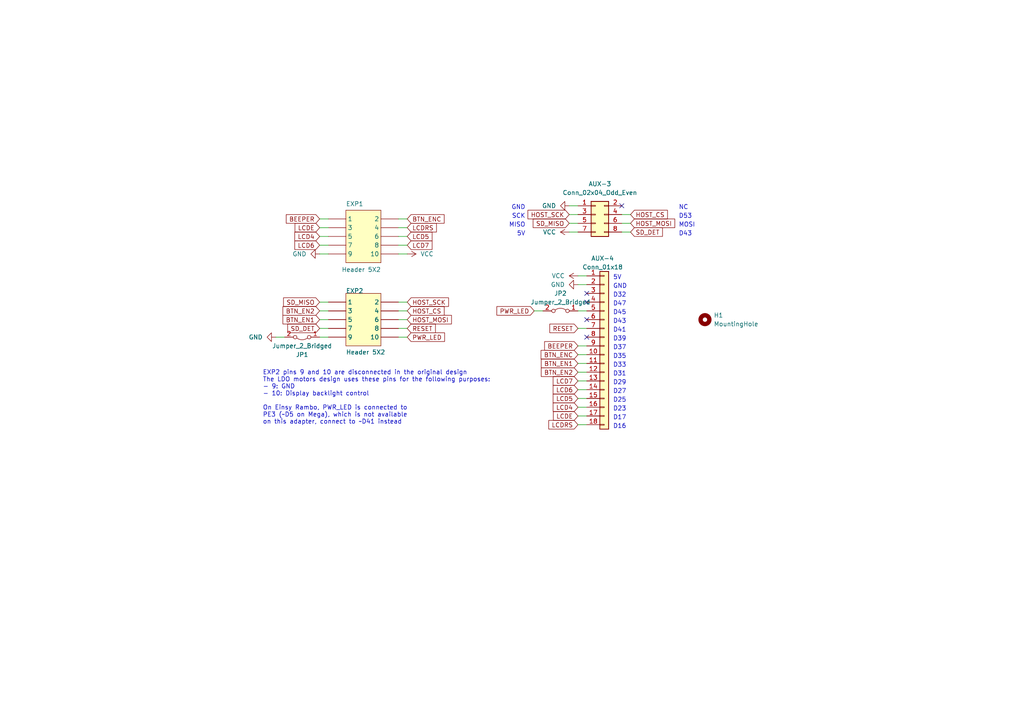
<source format=kicad_sch>
(kicad_sch (version 20230121) (generator eeschema)

  (uuid 90758f10-1d2e-4059-a9a5-3e94bccaf518)

  (paper "A4")

  (title_block
    (title "RepRapDiscount.com Ramps Smart Adapter")
    (date "${DATE}")
    (rev "${TAG} (${HASH})")
  )

  (lib_symbols
    (symbol "Connector_Generic:Conn_01x18" (pin_names (offset 1.016) hide) (in_bom yes) (on_board yes)
      (property "Reference" "J" (at 0 22.86 0)
        (effects (font (size 1.27 1.27)))
      )
      (property "Value" "Conn_01x18" (at 0 -25.4 0)
        (effects (font (size 1.27 1.27)))
      )
      (property "Footprint" "" (at 0 0 0)
        (effects (font (size 1.27 1.27)) hide)
      )
      (property "Datasheet" "~" (at 0 0 0)
        (effects (font (size 1.27 1.27)) hide)
      )
      (property "ki_keywords" "connector" (at 0 0 0)
        (effects (font (size 1.27 1.27)) hide)
      )
      (property "ki_description" "Generic connector, single row, 01x18, script generated (kicad-library-utils/schlib/autogen/connector/)" (at 0 0 0)
        (effects (font (size 1.27 1.27)) hide)
      )
      (property "ki_fp_filters" "Connector*:*_1x??_*" (at 0 0 0)
        (effects (font (size 1.27 1.27)) hide)
      )
      (symbol "Conn_01x18_1_1"
        (rectangle (start -1.27 -22.733) (end 0 -22.987)
          (stroke (width 0.1524) (type default))
          (fill (type none))
        )
        (rectangle (start -1.27 -20.193) (end 0 -20.447)
          (stroke (width 0.1524) (type default))
          (fill (type none))
        )
        (rectangle (start -1.27 -17.653) (end 0 -17.907)
          (stroke (width 0.1524) (type default))
          (fill (type none))
        )
        (rectangle (start -1.27 -15.113) (end 0 -15.367)
          (stroke (width 0.1524) (type default))
          (fill (type none))
        )
        (rectangle (start -1.27 -12.573) (end 0 -12.827)
          (stroke (width 0.1524) (type default))
          (fill (type none))
        )
        (rectangle (start -1.27 -10.033) (end 0 -10.287)
          (stroke (width 0.1524) (type default))
          (fill (type none))
        )
        (rectangle (start -1.27 -7.493) (end 0 -7.747)
          (stroke (width 0.1524) (type default))
          (fill (type none))
        )
        (rectangle (start -1.27 -4.953) (end 0 -5.207)
          (stroke (width 0.1524) (type default))
          (fill (type none))
        )
        (rectangle (start -1.27 -2.413) (end 0 -2.667)
          (stroke (width 0.1524) (type default))
          (fill (type none))
        )
        (rectangle (start -1.27 0.127) (end 0 -0.127)
          (stroke (width 0.1524) (type default))
          (fill (type none))
        )
        (rectangle (start -1.27 2.667) (end 0 2.413)
          (stroke (width 0.1524) (type default))
          (fill (type none))
        )
        (rectangle (start -1.27 5.207) (end 0 4.953)
          (stroke (width 0.1524) (type default))
          (fill (type none))
        )
        (rectangle (start -1.27 7.747) (end 0 7.493)
          (stroke (width 0.1524) (type default))
          (fill (type none))
        )
        (rectangle (start -1.27 10.287) (end 0 10.033)
          (stroke (width 0.1524) (type default))
          (fill (type none))
        )
        (rectangle (start -1.27 12.827) (end 0 12.573)
          (stroke (width 0.1524) (type default))
          (fill (type none))
        )
        (rectangle (start -1.27 15.367) (end 0 15.113)
          (stroke (width 0.1524) (type default))
          (fill (type none))
        )
        (rectangle (start -1.27 17.907) (end 0 17.653)
          (stroke (width 0.1524) (type default))
          (fill (type none))
        )
        (rectangle (start -1.27 20.447) (end 0 20.193)
          (stroke (width 0.1524) (type default))
          (fill (type none))
        )
        (rectangle (start -1.27 21.59) (end 1.27 -24.13)
          (stroke (width 0.254) (type default))
          (fill (type background))
        )
        (pin passive line (at -5.08 20.32 0) (length 3.81)
          (name "Pin_1" (effects (font (size 1.27 1.27))))
          (number "1" (effects (font (size 1.27 1.27))))
        )
        (pin passive line (at -5.08 -2.54 0) (length 3.81)
          (name "Pin_10" (effects (font (size 1.27 1.27))))
          (number "10" (effects (font (size 1.27 1.27))))
        )
        (pin passive line (at -5.08 -5.08 0) (length 3.81)
          (name "Pin_11" (effects (font (size 1.27 1.27))))
          (number "11" (effects (font (size 1.27 1.27))))
        )
        (pin passive line (at -5.08 -7.62 0) (length 3.81)
          (name "Pin_12" (effects (font (size 1.27 1.27))))
          (number "12" (effects (font (size 1.27 1.27))))
        )
        (pin passive line (at -5.08 -10.16 0) (length 3.81)
          (name "Pin_13" (effects (font (size 1.27 1.27))))
          (number "13" (effects (font (size 1.27 1.27))))
        )
        (pin passive line (at -5.08 -12.7 0) (length 3.81)
          (name "Pin_14" (effects (font (size 1.27 1.27))))
          (number "14" (effects (font (size 1.27 1.27))))
        )
        (pin passive line (at -5.08 -15.24 0) (length 3.81)
          (name "Pin_15" (effects (font (size 1.27 1.27))))
          (number "15" (effects (font (size 1.27 1.27))))
        )
        (pin passive line (at -5.08 -17.78 0) (length 3.81)
          (name "Pin_16" (effects (font (size 1.27 1.27))))
          (number "16" (effects (font (size 1.27 1.27))))
        )
        (pin passive line (at -5.08 -20.32 0) (length 3.81)
          (name "Pin_17" (effects (font (size 1.27 1.27))))
          (number "17" (effects (font (size 1.27 1.27))))
        )
        (pin passive line (at -5.08 -22.86 0) (length 3.81)
          (name "Pin_18" (effects (font (size 1.27 1.27))))
          (number "18" (effects (font (size 1.27 1.27))))
        )
        (pin passive line (at -5.08 17.78 0) (length 3.81)
          (name "Pin_2" (effects (font (size 1.27 1.27))))
          (number "2" (effects (font (size 1.27 1.27))))
        )
        (pin passive line (at -5.08 15.24 0) (length 3.81)
          (name "Pin_3" (effects (font (size 1.27 1.27))))
          (number "3" (effects (font (size 1.27 1.27))))
        )
        (pin passive line (at -5.08 12.7 0) (length 3.81)
          (name "Pin_4" (effects (font (size 1.27 1.27))))
          (number "4" (effects (font (size 1.27 1.27))))
        )
        (pin passive line (at -5.08 10.16 0) (length 3.81)
          (name "Pin_5" (effects (font (size 1.27 1.27))))
          (number "5" (effects (font (size 1.27 1.27))))
        )
        (pin passive line (at -5.08 7.62 0) (length 3.81)
          (name "Pin_6" (effects (font (size 1.27 1.27))))
          (number "6" (effects (font (size 1.27 1.27))))
        )
        (pin passive line (at -5.08 5.08 0) (length 3.81)
          (name "Pin_7" (effects (font (size 1.27 1.27))))
          (number "7" (effects (font (size 1.27 1.27))))
        )
        (pin passive line (at -5.08 2.54 0) (length 3.81)
          (name "Pin_8" (effects (font (size 1.27 1.27))))
          (number "8" (effects (font (size 1.27 1.27))))
        )
        (pin passive line (at -5.08 0 0) (length 3.81)
          (name "Pin_9" (effects (font (size 1.27 1.27))))
          (number "9" (effects (font (size 1.27 1.27))))
        )
      )
    )
    (symbol "Connector_Generic:Conn_02x04_Odd_Even" (pin_names (offset 1.016) hide) (in_bom yes) (on_board yes)
      (property "Reference" "J" (at 1.27 5.08 0)
        (effects (font (size 1.27 1.27)))
      )
      (property "Value" "Conn_02x04_Odd_Even" (at 1.27 -7.62 0)
        (effects (font (size 1.27 1.27)))
      )
      (property "Footprint" "" (at 0 0 0)
        (effects (font (size 1.27 1.27)) hide)
      )
      (property "Datasheet" "~" (at 0 0 0)
        (effects (font (size 1.27 1.27)) hide)
      )
      (property "ki_keywords" "connector" (at 0 0 0)
        (effects (font (size 1.27 1.27)) hide)
      )
      (property "ki_description" "Generic connector, double row, 02x04, odd/even pin numbering scheme (row 1 odd numbers, row 2 even numbers), script generated (kicad-library-utils/schlib/autogen/connector/)" (at 0 0 0)
        (effects (font (size 1.27 1.27)) hide)
      )
      (property "ki_fp_filters" "Connector*:*_2x??_*" (at 0 0 0)
        (effects (font (size 1.27 1.27)) hide)
      )
      (symbol "Conn_02x04_Odd_Even_1_1"
        (rectangle (start -1.27 -4.953) (end 0 -5.207)
          (stroke (width 0.1524) (type default))
          (fill (type none))
        )
        (rectangle (start -1.27 -2.413) (end 0 -2.667)
          (stroke (width 0.1524) (type default))
          (fill (type none))
        )
        (rectangle (start -1.27 0.127) (end 0 -0.127)
          (stroke (width 0.1524) (type default))
          (fill (type none))
        )
        (rectangle (start -1.27 2.667) (end 0 2.413)
          (stroke (width 0.1524) (type default))
          (fill (type none))
        )
        (rectangle (start -1.27 3.81) (end 3.81 -6.35)
          (stroke (width 0.254) (type default))
          (fill (type background))
        )
        (rectangle (start 3.81 -4.953) (end 2.54 -5.207)
          (stroke (width 0.1524) (type default))
          (fill (type none))
        )
        (rectangle (start 3.81 -2.413) (end 2.54 -2.667)
          (stroke (width 0.1524) (type default))
          (fill (type none))
        )
        (rectangle (start 3.81 0.127) (end 2.54 -0.127)
          (stroke (width 0.1524) (type default))
          (fill (type none))
        )
        (rectangle (start 3.81 2.667) (end 2.54 2.413)
          (stroke (width 0.1524) (type default))
          (fill (type none))
        )
        (pin passive line (at -5.08 2.54 0) (length 3.81)
          (name "Pin_1" (effects (font (size 1.27 1.27))))
          (number "1" (effects (font (size 1.27 1.27))))
        )
        (pin passive line (at 7.62 2.54 180) (length 3.81)
          (name "Pin_2" (effects (font (size 1.27 1.27))))
          (number "2" (effects (font (size 1.27 1.27))))
        )
        (pin passive line (at -5.08 0 0) (length 3.81)
          (name "Pin_3" (effects (font (size 1.27 1.27))))
          (number "3" (effects (font (size 1.27 1.27))))
        )
        (pin passive line (at 7.62 0 180) (length 3.81)
          (name "Pin_4" (effects (font (size 1.27 1.27))))
          (number "4" (effects (font (size 1.27 1.27))))
        )
        (pin passive line (at -5.08 -2.54 0) (length 3.81)
          (name "Pin_5" (effects (font (size 1.27 1.27))))
          (number "5" (effects (font (size 1.27 1.27))))
        )
        (pin passive line (at 7.62 -2.54 180) (length 3.81)
          (name "Pin_6" (effects (font (size 1.27 1.27))))
          (number "6" (effects (font (size 1.27 1.27))))
        )
        (pin passive line (at -5.08 -5.08 0) (length 3.81)
          (name "Pin_7" (effects (font (size 1.27 1.27))))
          (number "7" (effects (font (size 1.27 1.27))))
        )
        (pin passive line (at 7.62 -5.08 180) (length 3.81)
          (name "Pin_8" (effects (font (size 1.27 1.27))))
          (number "8" (effects (font (size 1.27 1.27))))
        )
      )
    )
    (symbol "Jumper:Jumper_2_Bridged" (pin_names (offset 0) hide) (in_bom yes) (on_board yes)
      (property "Reference" "JP" (at 0 1.905 0)
        (effects (font (size 1.27 1.27)))
      )
      (property "Value" "Jumper_2_Bridged" (at 0 -2.54 0)
        (effects (font (size 1.27 1.27)))
      )
      (property "Footprint" "" (at 0 0 0)
        (effects (font (size 1.27 1.27)) hide)
      )
      (property "Datasheet" "~" (at 0 0 0)
        (effects (font (size 1.27 1.27)) hide)
      )
      (property "ki_keywords" "Jumper SPST" (at 0 0 0)
        (effects (font (size 1.27 1.27)) hide)
      )
      (property "ki_description" "Jumper, 2-pole, closed/bridged" (at 0 0 0)
        (effects (font (size 1.27 1.27)) hide)
      )
      (property "ki_fp_filters" "Jumper* TestPoint*2Pads* TestPoint*Bridge*" (at 0 0 0)
        (effects (font (size 1.27 1.27)) hide)
      )
      (symbol "Jumper_2_Bridged_0_0"
        (circle (center -2.032 0) (radius 0.508)
          (stroke (width 0) (type default))
          (fill (type none))
        )
        (circle (center 2.032 0) (radius 0.508)
          (stroke (width 0) (type default))
          (fill (type none))
        )
      )
      (symbol "Jumper_2_Bridged_0_1"
        (arc (start 1.524 0.254) (mid 0 0.762) (end -1.524 0.254)
          (stroke (width 0) (type default))
          (fill (type none))
        )
      )
      (symbol "Jumper_2_Bridged_1_1"
        (pin passive line (at -5.08 0 0) (length 2.54)
          (name "A" (effects (font (size 1.27 1.27))))
          (number "1" (effects (font (size 1.27 1.27))))
        )
        (pin passive line (at 5.08 0 180) (length 2.54)
          (name "B" (effects (font (size 1.27 1.27))))
          (number "2" (effects (font (size 1.27 1.27))))
        )
      )
    )
    (symbol "Mechanical:MountingHole" (pin_names (offset 1.016)) (in_bom yes) (on_board yes)
      (property "Reference" "H" (at 0 5.08 0)
        (effects (font (size 1.27 1.27)))
      )
      (property "Value" "MountingHole" (at 0 3.175 0)
        (effects (font (size 1.27 1.27)))
      )
      (property "Footprint" "" (at 0 0 0)
        (effects (font (size 1.27 1.27)) hide)
      )
      (property "Datasheet" "~" (at 0 0 0)
        (effects (font (size 1.27 1.27)) hide)
      )
      (property "ki_keywords" "mounting hole" (at 0 0 0)
        (effects (font (size 1.27 1.27)) hide)
      )
      (property "ki_description" "Mounting Hole without connection" (at 0 0 0)
        (effects (font (size 1.27 1.27)) hide)
      )
      (property "ki_fp_filters" "MountingHole*" (at 0 0 0)
        (effects (font (size 1.27 1.27)) hide)
      )
      (symbol "MountingHole_0_1"
        (circle (center 0 0) (radius 1.27)
          (stroke (width 1.27) (type default))
          (fill (type none))
        )
      )
    )
    (symbol "power:GND" (power) (pin_names (offset 0)) (in_bom yes) (on_board yes)
      (property "Reference" "#PWR" (at 0 -6.35 0)
        (effects (font (size 1.27 1.27)) hide)
      )
      (property "Value" "GND" (at 0 -3.81 0)
        (effects (font (size 1.27 1.27)))
      )
      (property "Footprint" "" (at 0 0 0)
        (effects (font (size 1.27 1.27)) hide)
      )
      (property "Datasheet" "" (at 0 0 0)
        (effects (font (size 1.27 1.27)) hide)
      )
      (property "ki_keywords" "global power" (at 0 0 0)
        (effects (font (size 1.27 1.27)) hide)
      )
      (property "ki_description" "Power symbol creates a global label with name \"GND\" , ground" (at 0 0 0)
        (effects (font (size 1.27 1.27)) hide)
      )
      (symbol "GND_0_1"
        (polyline
          (pts
            (xy 0 0)
            (xy 0 -1.27)
            (xy 1.27 -1.27)
            (xy 0 -2.54)
            (xy -1.27 -1.27)
            (xy 0 -1.27)
          )
          (stroke (width 0) (type default))
          (fill (type none))
        )
      )
      (symbol "GND_1_1"
        (pin power_in line (at 0 0 270) (length 0) hide
          (name "GND" (effects (font (size 1.27 1.27))))
          (number "1" (effects (font (size 1.27 1.27))))
        )
      )
    )
    (symbol "power:VCC" (power) (pin_names (offset 0)) (in_bom yes) (on_board yes)
      (property "Reference" "#PWR" (at 0 -3.81 0)
        (effects (font (size 1.27 1.27)) hide)
      )
      (property "Value" "VCC" (at 0 3.81 0)
        (effects (font (size 1.27 1.27)))
      )
      (property "Footprint" "" (at 0 0 0)
        (effects (font (size 1.27 1.27)) hide)
      )
      (property "Datasheet" "" (at 0 0 0)
        (effects (font (size 1.27 1.27)) hide)
      )
      (property "ki_keywords" "global power" (at 0 0 0)
        (effects (font (size 1.27 1.27)) hide)
      )
      (property "ki_description" "Power symbol creates a global label with name \"VCC\"" (at 0 0 0)
        (effects (font (size 1.27 1.27)) hide)
      )
      (symbol "VCC_0_1"
        (polyline
          (pts
            (xy -0.762 1.27)
            (xy 0 2.54)
          )
          (stroke (width 0) (type default))
          (fill (type none))
        )
        (polyline
          (pts
            (xy 0 0)
            (xy 0 2.54)
          )
          (stroke (width 0) (type default))
          (fill (type none))
        )
        (polyline
          (pts
            (xy 0 2.54)
            (xy 0.762 1.27)
          )
          (stroke (width 0) (type default))
          (fill (type none))
        )
      )
      (symbol "VCC_1_1"
        (pin power_in line (at 0 0 90) (length 0) hide
          (name "VCC" (effects (font (size 1.27 1.27))))
          (number "1" (effects (font (size 1.27 1.27))))
        )
      )
    )
    (symbol "reprapdiscount_smart_controller-altium-import:root_0_Header 5X2" (in_bom yes) (on_board yes)
      (property "Reference" "" (at 0 0 0)
        (effects (font (size 1.27 1.27)))
      )
      (property "Value" "" (at 0 0 0)
        (effects (font (size 1.27 1.27)))
      )
      (property "Footprint" "" (at 0 0 0)
        (effects (font (size 1.27 1.27)) hide)
      )
      (property "Datasheet" "" (at 0 0 0)
        (effects (font (size 1.27 1.27)) hide)
      )
      (property "ki_description" "Header, 5-Pin, Dual row" (at 0 0 0)
        (effects (font (size 1.27 1.27)) hide)
      )
      (property "ki_fp_filters" "HDR2X5_exp" (at 0 0 0)
        (effects (font (size 1.27 1.27)) hide)
      )
      (symbol "root_0_Header 5X2_1_0"
        (rectangle (start 10.16 0) (end 0 -15.24)
          (stroke (width 0) (type solid))
          (fill (type background))
        )
        (pin passive line (at -5.08 -2.54 0) (length 5.08)
          (name "1" (effects (font (size 1.27 1.27))))
          (number "1" (effects (font (size 0 0))))
        )
        (pin passive line (at 15.24 -12.7 180) (length 5.08)
          (name "10" (effects (font (size 1.27 1.27))))
          (number "10" (effects (font (size 0 0))))
        )
        (pin passive line (at 15.24 -2.54 180) (length 5.08)
          (name "2" (effects (font (size 1.27 1.27))))
          (number "2" (effects (font (size 0 0))))
        )
        (pin passive line (at -5.08 -5.08 0) (length 5.08)
          (name "3" (effects (font (size 1.27 1.27))))
          (number "3" (effects (font (size 0 0))))
        )
        (pin passive line (at 15.24 -5.08 180) (length 5.08)
          (name "4" (effects (font (size 1.27 1.27))))
          (number "4" (effects (font (size 0 0))))
        )
        (pin passive line (at -5.08 -7.62 0) (length 5.08)
          (name "5" (effects (font (size 1.27 1.27))))
          (number "5" (effects (font (size 0 0))))
        )
        (pin passive line (at 15.24 -7.62 180) (length 5.08)
          (name "6" (effects (font (size 1.27 1.27))))
          (number "6" (effects (font (size 0 0))))
        )
        (pin passive line (at -5.08 -10.16 0) (length 5.08)
          (name "7" (effects (font (size 1.27 1.27))))
          (number "7" (effects (font (size 0 0))))
        )
        (pin passive line (at 15.24 -10.16 180) (length 5.08)
          (name "8" (effects (font (size 1.27 1.27))))
          (number "8" (effects (font (size 0 0))))
        )
        (pin passive line (at -5.08 -12.7 0) (length 5.08)
          (name "9" (effects (font (size 1.27 1.27))))
          (number "9" (effects (font (size 0 0))))
        )
      )
    )
    (symbol "reprapdiscount_smart_controller-altium-import:root_2_Header 5X2" (in_bom yes) (on_board yes)
      (property "Reference" "" (at 0 0 0)
        (effects (font (size 1.27 1.27)))
      )
      (property "Value" "" (at 0 0 0)
        (effects (font (size 1.27 1.27)))
      )
      (property "Footprint" "" (at 0 0 0)
        (effects (font (size 1.27 1.27)) hide)
      )
      (property "Datasheet" "" (at 0 0 0)
        (effects (font (size 1.27 1.27)) hide)
      )
      (property "ki_description" "Header, 5-Pin, Dual row" (at 0 0 0)
        (effects (font (size 1.27 1.27)) hide)
      )
      (property "ki_fp_filters" "HDR2X5_exp" (at 0 0 0)
        (effects (font (size 1.27 1.27)) hide)
      )
      (symbol "root_2_Header 5X2_1_0"
        (rectangle (start 0 15.24) (end -10.16 0)
          (stroke (width 0) (type solid))
          (fill (type background))
        )
        (pin passive line (at 5.08 2.54 180) (length 5.08)
          (name "1" (effects (font (size 1.27 1.27))))
          (number "1" (effects (font (size 0 0))))
        )
        (pin passive line (at -15.24 12.7 0) (length 5.08)
          (name "10" (effects (font (size 1.27 1.27))))
          (number "10" (effects (font (size 0 0))))
        )
        (pin passive line (at -15.24 2.54 0) (length 5.08)
          (name "2" (effects (font (size 1.27 1.27))))
          (number "2" (effects (font (size 0 0))))
        )
        (pin passive line (at 5.08 5.08 180) (length 5.08)
          (name "3" (effects (font (size 1.27 1.27))))
          (number "3" (effects (font (size 0 0))))
        )
        (pin passive line (at -15.24 5.08 0) (length 5.08)
          (name "4" (effects (font (size 1.27 1.27))))
          (number "4" (effects (font (size 0 0))))
        )
        (pin passive line (at 5.08 7.62 180) (length 5.08)
          (name "5" (effects (font (size 1.27 1.27))))
          (number "5" (effects (font (size 0 0))))
        )
        (pin passive line (at -15.24 7.62 0) (length 5.08)
          (name "6" (effects (font (size 1.27 1.27))))
          (number "6" (effects (font (size 0 0))))
        )
        (pin passive line (at 5.08 10.16 180) (length 5.08)
          (name "7" (effects (font (size 1.27 1.27))))
          (number "7" (effects (font (size 0 0))))
        )
        (pin passive line (at -15.24 10.16 0) (length 5.08)
          (name "8" (effects (font (size 1.27 1.27))))
          (number "8" (effects (font (size 0 0))))
        )
        (pin passive line (at 5.08 12.7 180) (length 5.08)
          (name "9" (effects (font (size 1.27 1.27))))
          (number "9" (effects (font (size 0 0))))
        )
      )
    )
  )


  (no_connect (at 180.34 59.69) (uuid 2e7b6781-00a0-48b6-86fd-80baa431ac7d))
  (no_connect (at 170.18 92.71) (uuid 32bc7d31-cc69-4f5d-b7ec-10a9f8ede91b))
  (no_connect (at 170.18 97.79) (uuid 3eda4fc0-f906-4b28-af1f-63307a400550))
  (no_connect (at 170.18 85.09) (uuid 4a1f869c-b492-4dcc-b021-055d908b6eb5))
  (no_connect (at 170.18 87.63) (uuid dd3d3025-d702-4ff1-b43d-315c95711914))

  (wire (pts (xy 92.71 95.25) (xy 95.25 95.25))
    (stroke (width 0) (type default))
    (uuid 0505d7d3-6784-4aeb-87e9-dd191fa8a18f)
  )
  (wire (pts (xy 167.64 82.55) (xy 170.18 82.55))
    (stroke (width 0) (type default))
    (uuid 09ac37a5-2b7a-4151-89b5-56c83d33d3a7)
  )
  (wire (pts (xy 115.57 95.25) (xy 118.11 95.25))
    (stroke (width 0) (type default))
    (uuid 0a5e9bba-c9b6-40f3-ad49-68bd0da2897f)
  )
  (wire (pts (xy 118.11 73.66) (xy 115.57 73.66))
    (stroke (width 0) (type default))
    (uuid 1171a31c-6913-4f8e-b1b4-ef0105fb469b)
  )
  (wire (pts (xy 167.64 110.49) (xy 170.18 110.49))
    (stroke (width 0) (type default))
    (uuid 12a7d7b4-dc3f-4407-b0a5-2922657d5b1a)
  )
  (wire (pts (xy 92.71 87.63) (xy 95.25 87.63))
    (stroke (width 0) (type default))
    (uuid 1503d4cc-29bd-4c45-9ffc-22d75865e4df)
  )
  (wire (pts (xy 165.1 64.77) (xy 167.64 64.77))
    (stroke (width 0) (type default))
    (uuid 15b5c999-cc20-4b9b-a42b-42395fc7db28)
  )
  (wire (pts (xy 167.64 118.11) (xy 170.18 118.11))
    (stroke (width 0) (type default))
    (uuid 19396bb7-13b6-4d77-a255-8f4daa5881f8)
  )
  (wire (pts (xy 165.1 62.23) (xy 167.64 62.23))
    (stroke (width 0) (type default))
    (uuid 1bad055d-88d8-4ebb-81de-a1bafee8aafd)
  )
  (wire (pts (xy 180.34 64.77) (xy 182.88 64.77))
    (stroke (width 0) (type default))
    (uuid 2ff50411-e352-49ac-a30b-7ea56fdf4cb8)
  )
  (wire (pts (xy 180.34 67.31) (xy 182.88 67.31))
    (stroke (width 0) (type default))
    (uuid 37be7b06-ef74-4c10-8d15-87ff6d9adafa)
  )
  (wire (pts (xy 167.64 115.57) (xy 170.18 115.57))
    (stroke (width 0) (type default))
    (uuid 3dd2195a-f4f5-493e-8fe6-f3bcefcc90eb)
  )
  (wire (pts (xy 95.25 63.5) (xy 92.71 63.5))
    (stroke (width 0) (type default))
    (uuid 466b22cb-e514-4bcc-8473-edadf630fcdd)
  )
  (wire (pts (xy 95.25 73.66) (xy 92.71 73.66))
    (stroke (width 0) (type default))
    (uuid 492c7145-2021-4a0e-aa08-796dbd9c089c)
  )
  (wire (pts (xy 95.25 97.79) (xy 92.71 97.79))
    (stroke (width 0) (type default))
    (uuid 525efc66-d19e-4e86-9ada-036f9d73f3db)
  )
  (wire (pts (xy 115.57 87.63) (xy 118.11 87.63))
    (stroke (width 0) (type default))
    (uuid 5761c311-3f0d-4a45-9d33-eafde792954c)
  )
  (wire (pts (xy 180.34 62.23) (xy 182.88 62.23))
    (stroke (width 0) (type default))
    (uuid 5b92ef14-4ec1-4866-bc5d-f61eb9e4cc2f)
  )
  (wire (pts (xy 118.11 68.58) (xy 115.57 68.58))
    (stroke (width 0) (type default))
    (uuid 5c1ff0b3-7b56-461d-b5d6-450723738e21)
  )
  (wire (pts (xy 167.64 80.01) (xy 170.18 80.01))
    (stroke (width 0) (type default))
    (uuid 614be79d-ca6e-4f8b-9887-a4038e601bf6)
  )
  (wire (pts (xy 167.64 95.25) (xy 170.18 95.25))
    (stroke (width 0) (type default))
    (uuid 6284d6be-0bbc-4b52-8aa9-94aba29536f4)
  )
  (wire (pts (xy 115.57 90.17) (xy 118.11 90.17))
    (stroke (width 0) (type default))
    (uuid 628747e1-0e4b-4e36-93c4-281339ebef1d)
  )
  (wire (pts (xy 92.71 90.17) (xy 95.25 90.17))
    (stroke (width 0) (type default))
    (uuid 75e82f4c-741d-4b75-a42d-e82705a22fc2)
  )
  (wire (pts (xy 115.57 92.71) (xy 118.11 92.71))
    (stroke (width 0) (type default))
    (uuid 773275e7-5179-4917-9ce8-5f06c808ecd7)
  )
  (wire (pts (xy 167.64 102.87) (xy 170.18 102.87))
    (stroke (width 0) (type default))
    (uuid 84a1d210-85e9-483b-ae03-7160df3aa2ab)
  )
  (wire (pts (xy 167.64 105.41) (xy 170.18 105.41))
    (stroke (width 0) (type default))
    (uuid 869b54e1-fce6-438d-ab17-ce7a77e4e9df)
  )
  (wire (pts (xy 165.1 59.69) (xy 167.64 59.69))
    (stroke (width 0) (type default))
    (uuid 9a87230c-402a-4d3f-84a0-c333e4e549be)
  )
  (wire (pts (xy 167.64 100.33) (xy 170.18 100.33))
    (stroke (width 0) (type default))
    (uuid 9f2fcf82-31ee-4a37-9d36-255d2f62996c)
  )
  (wire (pts (xy 118.11 63.5) (xy 115.57 63.5))
    (stroke (width 0) (type default))
    (uuid a60121c8-1fc8-49a0-9e9a-c24930e34fd5)
  )
  (wire (pts (xy 80.01 97.79) (xy 82.55 97.79))
    (stroke (width 0) (type default))
    (uuid ad4fdeec-ac93-48f9-a30f-f20b00a36552)
  )
  (wire (pts (xy 165.1 67.31) (xy 167.64 67.31))
    (stroke (width 0) (type default))
    (uuid bb8ce5c9-48b0-485f-98aa-e725357565c8)
  )
  (wire (pts (xy 167.64 120.65) (xy 170.18 120.65))
    (stroke (width 0) (type default))
    (uuid bed068b9-71a1-4954-8ba4-42ee8c4933af)
  )
  (wire (pts (xy 115.57 97.79) (xy 118.11 97.79))
    (stroke (width 0) (type default))
    (uuid c61fa6b0-06ae-4098-b879-639373454190)
  )
  (wire (pts (xy 154.94 90.17) (xy 157.48 90.17))
    (stroke (width 0) (type default))
    (uuid cdf4f5f3-e3c3-416d-9883-84f26450f51f)
  )
  (wire (pts (xy 95.25 71.12) (xy 92.71 71.12))
    (stroke (width 0) (type default))
    (uuid d1a15ac4-9454-4386-bd0e-5d87641a5f2f)
  )
  (wire (pts (xy 167.64 123.19) (xy 170.18 123.19))
    (stroke (width 0) (type default))
    (uuid db5e49fa-4054-43ec-97db-b692cb894b02)
  )
  (wire (pts (xy 118.11 71.12) (xy 115.57 71.12))
    (stroke (width 0) (type default))
    (uuid e1f41650-4b5f-4dbe-899c-3788b5031943)
  )
  (wire (pts (xy 118.11 66.04) (xy 115.57 66.04))
    (stroke (width 0) (type default))
    (uuid e2d43d3f-8076-4973-9ff7-a57fe7e15ffd)
  )
  (wire (pts (xy 95.25 68.58) (xy 92.71 68.58))
    (stroke (width 0) (type default))
    (uuid e39df409-9c78-4440-b1eb-a4f9b44f6c66)
  )
  (wire (pts (xy 167.64 107.95) (xy 170.18 107.95))
    (stroke (width 0) (type default))
    (uuid e7bcd9a8-3a48-432b-9b28-d9b3146805ca)
  )
  (wire (pts (xy 167.64 90.17) (xy 170.18 90.17))
    (stroke (width 0) (type default))
    (uuid ec138303-c973-4411-9638-6ef7942aa131)
  )
  (wire (pts (xy 167.64 113.03) (xy 170.18 113.03))
    (stroke (width 0) (type default))
    (uuid ed82087a-e2b1-4616-95f0-2d258c181263)
  )
  (wire (pts (xy 92.71 92.71) (xy 95.25 92.71))
    (stroke (width 0) (type default))
    (uuid fad173e1-0034-4056-b4fd-a49ee69e6f70)
  )
  (wire (pts (xy 95.25 66.04) (xy 92.71 66.04))
    (stroke (width 0) (type default))
    (uuid ff22a0f7-d375-497e-93a5-ff4d0b1fda0c)
  )

  (text "5V" (at 152.4 68.58 0)
    (effects (font (size 1.27 1.27)) (justify right bottom))
    (uuid 008b63d8-5227-46da-b29c-686bfa0a87be)
  )
  (text "D27" (at 177.8 114.3 0)
    (effects (font (size 1.27 1.27)) (justify left bottom))
    (uuid 0b37c65c-3355-41a1-8f34-a5fc530ce141)
  )
  (text "D45" (at 177.8 91.44 0)
    (effects (font (size 1.27 1.27)) (justify left bottom))
    (uuid 0d31b315-48b8-44a8-b873-6de0e4ee7eac)
  )
  (text "D17" (at 177.8 121.92 0)
    (effects (font (size 1.27 1.27)) (justify left bottom))
    (uuid 0f331fd6-b6d6-45d4-bcb6-94d84b29b9c1)
  )
  (text "EXP2 pins 9 and 10 are disconnected in the original design\nThe LDO motors design uses these pins for the following purposes:\n- 9: GND\n- 10: Display backlight control\n\nOn Einsy Rambo, PWR_LED is connected to \nPE3 (~D5 on Mega), which is not available \non this adapter, connect to ~D41 instead"
    (at 76.2 123.19 0)
    (effects (font (size 1.27 1.27)) (justify left bottom))
    (uuid 1251908b-a3f2-482b-9001-b9d8108f771e)
  )
  (text "D32" (at 177.8 86.36 0)
    (effects (font (size 1.27 1.27)) (justify left bottom))
    (uuid 1d1311ca-1efc-4c0a-9bee-1b7d834ebc4d)
  )
  (text "D37" (at 177.8 101.6 0)
    (effects (font (size 1.27 1.27)) (justify left bottom))
    (uuid 27b70363-33c1-4127-97af-a57397e80052)
  )
  (text "5V" (at 177.8 81.28 0)
    (effects (font (size 1.27 1.27)) (justify left bottom))
    (uuid 2afe604b-270f-4a99-88c3-8277efcfc62b)
  )
  (text "D35" (at 177.8 104.14 0)
    (effects (font (size 1.27 1.27)) (justify left bottom))
    (uuid 33021f26-f448-483b-aaba-8e8e7dbabde3)
  )
  (text "GND" (at 152.4 60.96 0)
    (effects (font (size 1.27 1.27)) (justify right bottom))
    (uuid 37360da0-261e-4978-8093-5f4cd38e6511)
  )
  (text "D23" (at 177.8 119.38 0)
    (effects (font (size 1.27 1.27)) (justify left bottom))
    (uuid 442e65aa-f317-4364-bdb4-b1d0a8004b29)
  )
  (text "D43" (at 177.8 93.98 0)
    (effects (font (size 1.27 1.27)) (justify left bottom))
    (uuid 5aaa1dc9-3bf8-4b77-904c-d38530140359)
  )
  (text "NC" (at 196.85 60.96 0)
    (effects (font (size 1.27 1.27)) (justify left bottom))
    (uuid 6660ca00-212b-4010-b535-157a4198abe6)
  )
  (text "D43" (at 196.85 68.58 0)
    (effects (font (size 1.27 1.27)) (justify left bottom))
    (uuid 6cd4ed37-3e9b-4383-a8f8-641100620cac)
  )
  (text "GND" (at 177.8 83.82 0)
    (effects (font (size 1.27 1.27)) (justify left bottom))
    (uuid 742debdd-ba44-4c1f-b789-fe069e9a9d4f)
  )
  (text "D53" (at 196.85 63.5 0)
    (effects (font (size 1.27 1.27)) (justify left bottom))
    (uuid 78ebf68d-9262-4e0c-83b8-3959bb7666e6)
  )
  (text "D47" (at 177.8 88.9 0)
    (effects (font (size 1.27 1.27)) (justify left bottom))
    (uuid 8d826825-176f-4948-a59b-6ae3fbc2b1fd)
  )
  (text "MOSI" (at 196.85 66.04 0)
    (effects (font (size 1.27 1.27)) (justify left bottom))
    (uuid 965bf48c-77aa-4f23-a4da-7e15a7efcebb)
  )
  (text "D25" (at 177.8 116.84 0)
    (effects (font (size 1.27 1.27)) (justify left bottom))
    (uuid 9c2a1e7f-39d6-4654-afbc-e49aa542a166)
  )
  (text "D31" (at 177.8 109.22 0)
    (effects (font (size 1.27 1.27)) (justify left bottom))
    (uuid a2add52a-9e1b-4856-a32c-ae1569a278ac)
  )
  (text "D16" (at 177.8 124.46 0)
    (effects (font (size 1.27 1.27)) (justify left bottom))
    (uuid a2e930f3-1b0f-434b-815e-153b30a3349d)
  )
  (text "MISO" (at 152.4 66.04 0)
    (effects (font (size 1.27 1.27)) (justify right bottom))
    (uuid b8269397-1035-4df7-ae1f-b79c0d6b45e8)
  )
  (text "SCK" (at 152.4 63.5 0)
    (effects (font (size 1.27 1.27)) (justify right bottom))
    (uuid bbfcd338-b1c2-4806-8e3b-32772df1996b)
  )
  (text "D39" (at 177.8 99.06 0)
    (effects (font (size 1.27 1.27)) (justify left bottom))
    (uuid c93c0bd5-c12f-4c30-9708-6b29e2f3dd45)
  )
  (text "D33" (at 177.8 106.68 0)
    (effects (font (size 1.27 1.27)) (justify left bottom))
    (uuid d7a4c867-8441-4616-86b9-82129278fb2b)
  )
  (text "D29" (at 177.8 111.76 0)
    (effects (font (size 1.27 1.27)) (justify left bottom))
    (uuid dfd1e0db-fdc1-4c46-beff-435de46c3c56)
  )
  (text "D41" (at 177.8 96.52 0)
    (effects (font (size 1.27 1.27)) (justify left bottom))
    (uuid f6e9d6a6-9daa-45e8-8ae3-7b18b6e5a23b)
  )

  (global_label "LCDE" (shape input) (at 92.71 66.04 180) (fields_autoplaced)
    (effects (font (size 1.27 1.27)) (justify right))
    (uuid 009fe628-ec5e-47f4-bdb3-074f61bee654)
    (property "Intersheetrefs" "${INTERSHEET_REFS}" (at 85.0871 66.04 0)
      (effects (font (size 1.27 1.27)) (justify right) hide)
    )
  )
  (global_label "SD_DET" (shape input) (at 182.88 67.31 0) (fields_autoplaced)
    (effects (font (size 1.27 1.27)) (justify left))
    (uuid 0358401e-af55-4573-b704-ec74c0653afa)
    (property "Intersheetrefs" "${INTERSHEET_REFS}" (at 192.6195 67.31 0)
      (effects (font (size 1.27 1.27)) (justify left) hide)
    )
  )
  (global_label "LCD6" (shape input) (at 167.64 113.03 180) (fields_autoplaced)
    (effects (font (size 1.27 1.27)) (justify right))
    (uuid 15db7f60-c351-4a00-b0db-a7be99bd8d03)
    (property "Intersheetrefs" "${INTERSHEET_REFS}" (at 159.9566 113.03 0)
      (effects (font (size 1.27 1.27)) (justify right) hide)
    )
  )
  (global_label "HOST_MOSI" (shape input) (at 182.88 64.77 0) (fields_autoplaced)
    (effects (font (size 1.27 1.27)) (justify left))
    (uuid 1ba246d8-6eca-43f7-8658-78c76441f3fb)
    (property "Intersheetrefs" "${INTERSHEET_REFS}" (at 196.1877 64.77 0)
      (effects (font (size 1.27 1.27)) (justify left) hide)
    )
  )
  (global_label "BTN_EN1" (shape input) (at 167.64 105.41 180) (fields_autoplaced)
    (effects (font (size 1.27 1.27)) (justify right))
    (uuid 1de9e106-72d2-4e51-9500-1973163f23f5)
    (property "Intersheetrefs" "${INTERSHEET_REFS}" (at 156.5095 105.41 0)
      (effects (font (size 1.27 1.27)) (justify right) hide)
    )
  )
  (global_label "PWR_LED" (shape input) (at 154.94 90.17 180) (fields_autoplaced)
    (effects (font (size 1.27 1.27)) (justify right))
    (uuid 20bd1ab0-d477-40a8-b797-fcf849fa9706)
    (property "Intersheetrefs" "${INTERSHEET_REFS}" (at 143.6281 90.17 0)
      (effects (font (size 1.27 1.27)) (justify right) hide)
    )
  )
  (global_label "HOST_SCK" (shape input) (at 118.11 87.63 0) (fields_autoplaced)
    (effects (font (size 1.27 1.27)) (justify left))
    (uuid 28fddf9c-6d49-4e3f-94f2-68f42d340548)
    (property "Intersheetrefs" "${INTERSHEET_REFS}" (at 130.571 87.63 0)
      (effects (font (size 1.27 1.27)) (justify left) hide)
    )
  )
  (global_label "LCDRS" (shape input) (at 167.64 123.19 180) (fields_autoplaced)
    (effects (font (size 1.27 1.27)) (justify right))
    (uuid 2c1a0ebd-fce2-4c9e-b766-f067cf19c919)
    (property "Intersheetrefs" "${INTERSHEET_REFS}" (at 158.6866 123.19 0)
      (effects (font (size 1.27 1.27)) (justify right) hide)
    )
  )
  (global_label "BTN_EN2" (shape input) (at 92.71 90.17 180) (fields_autoplaced)
    (effects (font (size 1.27 1.27)) (justify right))
    (uuid 377cdf1b-d75b-4969-9213-0d2100037219)
    (property "Intersheetrefs" "${INTERSHEET_REFS}" (at 81.5795 90.17 0)
      (effects (font (size 1.27 1.27)) (justify right) hide)
    )
  )
  (global_label "RESET" (shape input) (at 167.64 95.25 180) (fields_autoplaced)
    (effects (font (size 1.27 1.27)) (justify right))
    (uuid 398185d3-78af-4746-90c5-b3bc248a95b9)
    (property "Intersheetrefs" "${INTERSHEET_REFS}" (at 158.9891 95.25 0)
      (effects (font (size 1.27 1.27)) (justify right) hide)
    )
  )
  (global_label "HOST_SCK" (shape input) (at 165.1 62.23 180) (fields_autoplaced)
    (effects (font (size 1.27 1.27)) (justify right))
    (uuid 3afba1c7-3ee7-47e7-ac56-d5937181b148)
    (property "Intersheetrefs" "${INTERSHEET_REFS}" (at 152.639 62.23 0)
      (effects (font (size 1.27 1.27)) (justify right) hide)
    )
  )
  (global_label "LCD7" (shape input) (at 118.11 71.12 0) (fields_autoplaced)
    (effects (font (size 1.27 1.27)) (justify left))
    (uuid 5bb9b686-ea90-4fe6-940f-f06a80b8a6c3)
    (property "Intersheetrefs" "${INTERSHEET_REFS}" (at 125.7934 71.12 0)
      (effects (font (size 1.27 1.27)) (justify left) hide)
    )
  )
  (global_label "LCD5" (shape input) (at 118.11 68.58 0) (fields_autoplaced)
    (effects (font (size 1.27 1.27)) (justify left))
    (uuid 6a7d151b-dca7-45f0-b930-f81447d68e0c)
    (property "Intersheetrefs" "${INTERSHEET_REFS}" (at 125.7934 68.58 0)
      (effects (font (size 1.27 1.27)) (justify left) hide)
    )
  )
  (global_label "PWR_LED" (shape input) (at 118.11 97.79 0) (fields_autoplaced)
    (effects (font (size 1.27 1.27)) (justify left))
    (uuid 6f779c04-ca4e-4199-9959-23aa38a04237)
    (property "Intersheetrefs" "${INTERSHEET_REFS}" (at 129.4219 97.79 0)
      (effects (font (size 1.27 1.27)) (justify left) hide)
    )
  )
  (global_label "BEEPER" (shape input) (at 92.71 63.5 180) (fields_autoplaced)
    (effects (font (size 1.27 1.27)) (justify right))
    (uuid 7091e941-bbf1-4686-af25-583bdf638cb5)
    (property "Intersheetrefs" "${INTERSHEET_REFS}" (at 82.5472 63.5 0)
      (effects (font (size 1.27 1.27)) (justify right) hide)
    )
  )
  (global_label "LCD6" (shape input) (at 92.71 71.12 180) (fields_autoplaced)
    (effects (font (size 1.27 1.27)) (justify right))
    (uuid 86472866-c125-4094-9357-2ca32aa306d2)
    (property "Intersheetrefs" "${INTERSHEET_REFS}" (at 85.0266 71.12 0)
      (effects (font (size 1.27 1.27)) (justify right) hide)
    )
  )
  (global_label "LCD7" (shape input) (at 167.64 110.49 180) (fields_autoplaced)
    (effects (font (size 1.27 1.27)) (justify right))
    (uuid 873d5a86-5601-4b1c-827a-0690f3d7188a)
    (property "Intersheetrefs" "${INTERSHEET_REFS}" (at 159.9566 110.49 0)
      (effects (font (size 1.27 1.27)) (justify right) hide)
    )
  )
  (global_label "BTN_ENC" (shape input) (at 167.64 102.87 180) (fields_autoplaced)
    (effects (font (size 1.27 1.27)) (justify right))
    (uuid 88fa0df1-279f-4cc6-95b9-e18d099db3b4)
    (property "Intersheetrefs" "${INTERSHEET_REFS}" (at 156.449 102.87 0)
      (effects (font (size 1.27 1.27)) (justify right) hide)
    )
  )
  (global_label "BEEPER" (shape input) (at 167.64 100.33 180) (fields_autoplaced)
    (effects (font (size 1.27 1.27)) (justify right))
    (uuid 8c36126c-d172-41e5-bc15-ad98ecc08635)
    (property "Intersheetrefs" "${INTERSHEET_REFS}" (at 157.4772 100.33 0)
      (effects (font (size 1.27 1.27)) (justify right) hide)
    )
  )
  (global_label "LCDE" (shape input) (at 167.64 120.65 180) (fields_autoplaced)
    (effects (font (size 1.27 1.27)) (justify right))
    (uuid a734f2ec-ec05-49ba-9905-691c145084ca)
    (property "Intersheetrefs" "${INTERSHEET_REFS}" (at 160.0171 120.65 0)
      (effects (font (size 1.27 1.27)) (justify right) hide)
    )
  )
  (global_label "HOST_CS" (shape input) (at 182.88 62.23 0) (fields_autoplaced)
    (effects (font (size 1.27 1.27)) (justify left))
    (uuid ae0672e8-4ef2-45a7-a563-a55a55112d35)
    (property "Intersheetrefs" "${INTERSHEET_REFS}" (at 194.071 62.23 0)
      (effects (font (size 1.27 1.27)) (justify left) hide)
    )
  )
  (global_label "SD_DET" (shape input) (at 92.71 95.25 180) (fields_autoplaced)
    (effects (font (size 1.27 1.27)) (justify right))
    (uuid b048116c-dd82-4a4b-a4a4-b0a740a0025b)
    (property "Intersheetrefs" "${INTERSHEET_REFS}" (at 82.9705 95.25 0)
      (effects (font (size 1.27 1.27)) (justify right) hide)
    )
  )
  (global_label "LCD4" (shape input) (at 167.64 118.11 180) (fields_autoplaced)
    (effects (font (size 1.27 1.27)) (justify right))
    (uuid c1e456a8-db1f-4621-af6d-ce579de7445d)
    (property "Intersheetrefs" "${INTERSHEET_REFS}" (at 159.9566 118.11 0)
      (effects (font (size 1.27 1.27)) (justify right) hide)
    )
  )
  (global_label "LCD5" (shape input) (at 167.64 115.57 180) (fields_autoplaced)
    (effects (font (size 1.27 1.27)) (justify right))
    (uuid c7643894-45d9-4ad0-97d0-e1d91cf9b310)
    (property "Intersheetrefs" "${INTERSHEET_REFS}" (at 159.9566 115.57 0)
      (effects (font (size 1.27 1.27)) (justify right) hide)
    )
  )
  (global_label "LCDRS" (shape input) (at 118.11 66.04 0) (fields_autoplaced)
    (effects (font (size 1.27 1.27)) (justify left))
    (uuid cd8bba0c-c876-40ed-b6da-e21e7e1770fb)
    (property "Intersheetrefs" "${INTERSHEET_REFS}" (at 127.0634 66.04 0)
      (effects (font (size 1.27 1.27)) (justify left) hide)
    )
  )
  (global_label "BTN_EN2" (shape input) (at 167.64 107.95 180) (fields_autoplaced)
    (effects (font (size 1.27 1.27)) (justify right))
    (uuid d6b00d98-d238-4053-adc6-16a28beadbd3)
    (property "Intersheetrefs" "${INTERSHEET_REFS}" (at 156.5095 107.95 0)
      (effects (font (size 1.27 1.27)) (justify right) hide)
    )
  )
  (global_label "BTN_ENC" (shape input) (at 118.11 63.5 0) (fields_autoplaced)
    (effects (font (size 1.27 1.27)) (justify left))
    (uuid de5813f6-8704-4de0-b970-01359fa75857)
    (property "Intersheetrefs" "${INTERSHEET_REFS}" (at 129.301 63.5 0)
      (effects (font (size 1.27 1.27)) (justify left) hide)
    )
  )
  (global_label "SD_MISO" (shape input) (at 165.1 64.77 180) (fields_autoplaced)
    (effects (font (size 1.27 1.27)) (justify right))
    (uuid e020e55e-117e-4567-9df8-9b6447fb411b)
    (property "Intersheetrefs" "${INTERSHEET_REFS}" (at 154.1509 64.77 0)
      (effects (font (size 1.27 1.27)) (justify right) hide)
    )
  )
  (global_label "RESET" (shape input) (at 118.11 95.25 0) (fields_autoplaced)
    (effects (font (size 1.27 1.27)) (justify left))
    (uuid e5135c80-d101-4776-bc8b-3126893a1479)
    (property "Intersheetrefs" "${INTERSHEET_REFS}" (at 126.7609 95.25 0)
      (effects (font (size 1.27 1.27)) (justify left) hide)
    )
  )
  (global_label "HOST_MOSI" (shape input) (at 118.11 92.71 0) (fields_autoplaced)
    (effects (font (size 1.27 1.27)) (justify left))
    (uuid e854e8ca-5321-46af-86e0-0764423a26dc)
    (property "Intersheetrefs" "${INTERSHEET_REFS}" (at 131.4177 92.71 0)
      (effects (font (size 1.27 1.27)) (justify left) hide)
    )
  )
  (global_label "SD_MISO" (shape input) (at 92.71 87.63 180) (fields_autoplaced)
    (effects (font (size 1.27 1.27)) (justify right))
    (uuid ebf46806-8d23-4734-8e84-ca06b1ed07f3)
    (property "Intersheetrefs" "${INTERSHEET_REFS}" (at 81.7609 87.63 0)
      (effects (font (size 1.27 1.27)) (justify right) hide)
    )
  )
  (global_label "HOST_CS" (shape input) (at 118.11 90.17 0) (fields_autoplaced)
    (effects (font (size 1.27 1.27)) (justify left))
    (uuid edc56ebe-63f2-4ccc-a3a7-e2d614508ed2)
    (property "Intersheetrefs" "${INTERSHEET_REFS}" (at 129.301 90.17 0)
      (effects (font (size 1.27 1.27)) (justify left) hide)
    )
  )
  (global_label "LCD4" (shape input) (at 92.71 68.58 180) (fields_autoplaced)
    (effects (font (size 1.27 1.27)) (justify right))
    (uuid ef773544-fdb2-471b-af61-f25d7737f997)
    (property "Intersheetrefs" "${INTERSHEET_REFS}" (at 85.0266 68.58 0)
      (effects (font (size 1.27 1.27)) (justify right) hide)
    )
  )
  (global_label "BTN_EN1" (shape input) (at 92.71 92.71 180) (fields_autoplaced)
    (effects (font (size 1.27 1.27)) (justify right))
    (uuid fe89e13b-0ef3-4a84-8f7a-d8cadb048e0b)
    (property "Intersheetrefs" "${INTERSHEET_REFS}" (at 81.5795 92.71 0)
      (effects (font (size 1.27 1.27)) (justify right) hide)
    )
  )

  (symbol (lib_id "power:GND") (at 80.01 97.79 270) (unit 1)
    (in_bom yes) (on_board yes) (dnp no)
    (uuid 1515e73f-a259-47ef-a899-08d7a6d9901a)
    (property "Reference" "#PWR03" (at 73.66 97.79 0)
      (effects (font (size 1.27 1.27)) hide)
    )
    (property "Value" "GND" (at 76.2 97.79 90)
      (effects (font (size 1.27 1.27)) (justify right))
    )
    (property "Footprint" "" (at 80.01 97.79 0)
      (effects (font (size 1.27 1.27)) hide)
    )
    (property "Datasheet" "" (at 80.01 97.79 0)
      (effects (font (size 1.27 1.27)) hide)
    )
    (pin "1" (uuid 5dec24b5-6dbe-45c1-891c-bf8338593320))
    (instances
      (project "reprapdiscount_ramps_controller_adapter"
        (path "/90758f10-1d2e-4059-a9a5-3e94bccaf518"
          (reference "#PWR03") (unit 1)
        )
      )
      (project "reprapdiscount_smart_controller"
        (path "/c20eb3f6-d157-43e2-84ab-82664a430dd1"
          (reference "#PWR04") (unit 1)
        )
        (path "/c20eb3f6-d157-43e2-84ab-82664a430dd1/be849d88-3024-45d5-8ff2-8e62174be24e"
          (reference "#PWR016") (unit 1)
        )
      )
    )
  )

  (symbol (lib_id "power:VCC") (at 165.1 67.31 90) (unit 1)
    (in_bom yes) (on_board yes) (dnp no) (fields_autoplaced)
    (uuid 1f3b3ec5-2012-4336-b43b-3a1499152b54)
    (property "Reference" "#PWR05" (at 168.91 67.31 0)
      (effects (font (size 1.27 1.27)) hide)
    )
    (property "Value" "VCC" (at 161.29 67.31 90)
      (effects (font (size 1.27 1.27)) (justify left))
    )
    (property "Footprint" "" (at 165.1 67.31 0)
      (effects (font (size 1.27 1.27)) hide)
    )
    (property "Datasheet" "" (at 165.1 67.31 0)
      (effects (font (size 1.27 1.27)) hide)
    )
    (pin "1" (uuid 949c692a-c588-4949-ba40-bb30c726d82c))
    (instances
      (project "reprapdiscount_ramps_controller_adapter"
        (path "/90758f10-1d2e-4059-a9a5-3e94bccaf518"
          (reference "#PWR05") (unit 1)
        )
      )
      (project "reprapdiscount_smart_controller"
        (path "/c20eb3f6-d157-43e2-84ab-82664a430dd1"
          (reference "#PWR014") (unit 1)
        )
        (path "/c20eb3f6-d157-43e2-84ab-82664a430dd1/be849d88-3024-45d5-8ff2-8e62174be24e"
          (reference "#PWR04") (unit 1)
        )
      )
    )
  )

  (symbol (lib_id "Jumper:Jumper_2_Bridged") (at 87.63 97.79 180) (unit 1)
    (in_bom yes) (on_board yes) (dnp no)
    (uuid 344d836b-dad0-44e5-9cc0-f0ede8221e8b)
    (property "Reference" "JP1" (at 87.63 102.87 0)
      (effects (font (size 1.27 1.27)))
    )
    (property "Value" "Jumper_2_Bridged" (at 87.63 100.33 0)
      (effects (font (size 1.27 1.27)))
    )
    (property "Footprint" "Jumper:SolderJumper-2_P1.3mm_Bridged_RoundedPad1.0x1.5mm" (at 87.63 97.79 0)
      (effects (font (size 1.27 1.27)) hide)
    )
    (property "Datasheet" "~" (at 87.63 97.79 0)
      (effects (font (size 1.27 1.27)) hide)
    )
    (pin "1" (uuid 84034245-d876-4818-b42f-dff02310a4e6))
    (pin "2" (uuid f8fc6eae-74c2-4da2-9204-350ae5c88ce7))
    (instances
      (project "reprapdiscount_ramps_controller_adapter"
        (path "/90758f10-1d2e-4059-a9a5-3e94bccaf518"
          (reference "JP1") (unit 1)
        )
      )
    )
  )

  (symbol (lib_id "reprapdiscount_smart_controller-altium-import:root_0_Header 5X2") (at 100.33 85.09 0) (unit 1)
    (in_bom yes) (on_board yes) (dnp no)
    (uuid 3750a816-e396-48dc-9136-fc6f4b4841f4)
    (property "Reference" "EXP2" (at 100.33 85.09 0)
      (effects (font (size 1.27 1.27)) (justify left bottom))
    )
    (property "Value" "Header 5X2" (at 100.33 102.87 0)
      (effects (font (size 1.27 1.27)) (justify left bottom))
    )
    (property "Footprint" "Connector_PinHeader_2.54mm:PinHeader_2x05_P2.54mm_Vertical" (at 100.33 85.09 0)
      (effects (font (size 1.27 1.27)) hide)
    )
    (property "Datasheet" "" (at 100.33 85.09 0)
      (effects (font (size 1.27 1.27)) hide)
    )
    (property "Digikey" "1175-1627-ND" (at 100.33 85.09 0)
      (effects (font (size 1.27 1.27)) hide)
    )
    (pin "1" (uuid 9c623b44-e6e5-4a64-83c5-0ee369685c0a))
    (pin "10" (uuid db3fc64c-85bc-47a8-af69-43537b20b522))
    (pin "2" (uuid c5d0a398-51a2-4515-b816-de55c36b3d4b))
    (pin "3" (uuid 01846366-1fc2-48cd-9d98-9ea79d2eb005))
    (pin "4" (uuid 61d5a30f-282f-4334-8e27-9310565af65f))
    (pin "5" (uuid 772996ca-1897-4324-8db4-7fd0f1e015ed))
    (pin "6" (uuid 705d870b-39b5-4c5f-857a-021c7e156985))
    (pin "7" (uuid e503558a-b318-431c-a7b4-735453b04c78))
    (pin "8" (uuid 5d80393c-b0ad-42d9-ba94-a9316c1080cc))
    (pin "9" (uuid df8b76bc-00b4-4547-a91b-5e51eb1af850))
    (instances
      (project "reprapdiscount_ramps_controller_adapter"
        (path "/90758f10-1d2e-4059-a9a5-3e94bccaf518"
          (reference "EXP2") (unit 1)
        )
      )
      (project "reprapdiscount_smart_controller"
        (path "/c20eb3f6-d157-43e2-84ab-82664a430dd1"
          (reference "EXP2") (unit 1)
        )
        (path "/c20eb3f6-d157-43e2-84ab-82664a430dd1/be849d88-3024-45d5-8ff2-8e62174be24e"
          (reference "EXP2") (unit 1)
        )
      )
    )
  )

  (symbol (lib_id "power:GND") (at 92.71 73.66 270) (unit 1)
    (in_bom yes) (on_board yes) (dnp no) (fields_autoplaced)
    (uuid 3f578e72-fdf5-4eeb-b746-f5d9a63342e0)
    (property "Reference" "#PWR02" (at 86.36 73.66 0)
      (effects (font (size 1.27 1.27)) hide)
    )
    (property "Value" "GND" (at 88.9 73.66 90)
      (effects (font (size 1.27 1.27)) (justify right))
    )
    (property "Footprint" "" (at 92.71 73.66 0)
      (effects (font (size 1.27 1.27)) hide)
    )
    (property "Datasheet" "" (at 92.71 73.66 0)
      (effects (font (size 1.27 1.27)) hide)
    )
    (pin "1" (uuid 440773cc-4864-44b7-8046-ec2a8d324d43))
    (instances
      (project "reprapdiscount_ramps_controller_adapter"
        (path "/90758f10-1d2e-4059-a9a5-3e94bccaf518"
          (reference "#PWR02") (unit 1)
        )
      )
      (project "reprapdiscount_smart_controller"
        (path "/c20eb3f6-d157-43e2-84ab-82664a430dd1"
          (reference "#PWR016") (unit 1)
        )
        (path "/c20eb3f6-d157-43e2-84ab-82664a430dd1/be849d88-3024-45d5-8ff2-8e62174be24e"
          (reference "#PWR014") (unit 1)
        )
      )
    )
  )

  (symbol (lib_id "Jumper:Jumper_2_Bridged") (at 162.56 90.17 0) (mirror y) (unit 1)
    (in_bom yes) (on_board yes) (dnp no)
    (uuid 6a8ee9a1-c441-454b-9e22-1531560be43b)
    (property "Reference" "JP2" (at 162.56 85.09 0)
      (effects (font (size 1.27 1.27)))
    )
    (property "Value" "Jumper_2_Bridged" (at 162.56 87.63 0)
      (effects (font (size 1.27 1.27)))
    )
    (property "Footprint" "Jumper:SolderJumper-2_P1.3mm_Bridged_RoundedPad1.0x1.5mm" (at 162.56 90.17 0)
      (effects (font (size 1.27 1.27)) hide)
    )
    (property "Datasheet" "~" (at 162.56 90.17 0)
      (effects (font (size 1.27 1.27)) hide)
    )
    (pin "1" (uuid 8248322f-92d6-4c9e-a997-d28e8d8c6a90))
    (pin "2" (uuid 8522641c-4700-42b4-879e-6ad20b52e0e4))
    (instances
      (project "reprapdiscount_ramps_controller_adapter"
        (path "/90758f10-1d2e-4059-a9a5-3e94bccaf518"
          (reference "JP2") (unit 1)
        )
      )
    )
  )

  (symbol (lib_id "power:VCC") (at 118.11 73.66 270) (unit 1)
    (in_bom yes) (on_board yes) (dnp no) (fields_autoplaced)
    (uuid 80c4d07b-82c3-4593-ab73-bdc90d4f7494)
    (property "Reference" "#PWR01" (at 114.3 73.66 0)
      (effects (font (size 1.27 1.27)) hide)
    )
    (property "Value" "VCC" (at 121.92 73.66 90)
      (effects (font (size 1.27 1.27)) (justify left))
    )
    (property "Footprint" "" (at 118.11 73.66 0)
      (effects (font (size 1.27 1.27)) hide)
    )
    (property "Datasheet" "" (at 118.11 73.66 0)
      (effects (font (size 1.27 1.27)) hide)
    )
    (pin "1" (uuid 924fe521-b0ac-4fd8-8914-56dc059fcaf6))
    (instances
      (project "reprapdiscount_ramps_controller_adapter"
        (path "/90758f10-1d2e-4059-a9a5-3e94bccaf518"
          (reference "#PWR01") (unit 1)
        )
      )
      (project "reprapdiscount_smart_controller"
        (path "/c20eb3f6-d157-43e2-84ab-82664a430dd1"
          (reference "#PWR014") (unit 1)
        )
        (path "/c20eb3f6-d157-43e2-84ab-82664a430dd1/be849d88-3024-45d5-8ff2-8e62174be24e"
          (reference "#PWR04") (unit 1)
        )
      )
    )
  )

  (symbol (lib_id "Mechanical:MountingHole") (at 204.47 92.71 0) (unit 1)
    (in_bom yes) (on_board yes) (dnp no) (fields_autoplaced)
    (uuid 8cb39482-3c3b-4698-8e64-3197494ed4b3)
    (property "Reference" "H1" (at 207.01 91.44 0)
      (effects (font (size 1.27 1.27)) (justify left))
    )
    (property "Value" "MountingHole" (at 207.01 93.98 0)
      (effects (font (size 1.27 1.27)) (justify left))
    )
    (property "Footprint" "MountingHole:MountingHole_3.7mm" (at 204.47 92.71 0)
      (effects (font (size 1.27 1.27)) hide)
    )
    (property "Datasheet" "~" (at 204.47 92.71 0)
      (effects (font (size 1.27 1.27)) hide)
    )
    (instances
      (project "reprapdiscount_ramps_controller_adapter"
        (path "/90758f10-1d2e-4059-a9a5-3e94bccaf518"
          (reference "H1") (unit 1)
        )
      )
    )
  )

  (symbol (lib_id "power:VCC") (at 167.64 80.01 90) (unit 1)
    (in_bom yes) (on_board yes) (dnp no) (fields_autoplaced)
    (uuid a10f9205-c789-48ef-beb0-fdc28437566c)
    (property "Reference" "#PWR06" (at 171.45 80.01 0)
      (effects (font (size 1.27 1.27)) hide)
    )
    (property "Value" "VCC" (at 163.83 80.01 90)
      (effects (font (size 1.27 1.27)) (justify left))
    )
    (property "Footprint" "" (at 167.64 80.01 0)
      (effects (font (size 1.27 1.27)) hide)
    )
    (property "Datasheet" "" (at 167.64 80.01 0)
      (effects (font (size 1.27 1.27)) hide)
    )
    (pin "1" (uuid 6773dd92-7746-464f-905f-20be595ceea6))
    (instances
      (project "reprapdiscount_ramps_controller_adapter"
        (path "/90758f10-1d2e-4059-a9a5-3e94bccaf518"
          (reference "#PWR06") (unit 1)
        )
      )
      (project "reprapdiscount_smart_controller"
        (path "/c20eb3f6-d157-43e2-84ab-82664a430dd1"
          (reference "#PWR014") (unit 1)
        )
        (path "/c20eb3f6-d157-43e2-84ab-82664a430dd1/be849d88-3024-45d5-8ff2-8e62174be24e"
          (reference "#PWR04") (unit 1)
        )
      )
    )
  )

  (symbol (lib_id "power:GND") (at 165.1 59.69 270) (unit 1)
    (in_bom yes) (on_board yes) (dnp no) (fields_autoplaced)
    (uuid c8032c42-ff50-449a-99a5-0b46fbbaa969)
    (property "Reference" "#PWR04" (at 158.75 59.69 0)
      (effects (font (size 1.27 1.27)) hide)
    )
    (property "Value" "GND" (at 161.29 59.69 90)
      (effects (font (size 1.27 1.27)) (justify right))
    )
    (property "Footprint" "" (at 165.1 59.69 0)
      (effects (font (size 1.27 1.27)) hide)
    )
    (property "Datasheet" "" (at 165.1 59.69 0)
      (effects (font (size 1.27 1.27)) hide)
    )
    (pin "1" (uuid 74c0db3e-6597-47dc-a038-09ec4d2789cc))
    (instances
      (project "reprapdiscount_ramps_controller_adapter"
        (path "/90758f10-1d2e-4059-a9a5-3e94bccaf518"
          (reference "#PWR04") (unit 1)
        )
      )
      (project "reprapdiscount_smart_controller"
        (path "/c20eb3f6-d157-43e2-84ab-82664a430dd1"
          (reference "#PWR016") (unit 1)
        )
        (path "/c20eb3f6-d157-43e2-84ab-82664a430dd1/be849d88-3024-45d5-8ff2-8e62174be24e"
          (reference "#PWR014") (unit 1)
        )
      )
    )
  )

  (symbol (lib_id "power:GND") (at 167.64 82.55 270) (unit 1)
    (in_bom yes) (on_board yes) (dnp no) (fields_autoplaced)
    (uuid d9c2d7c3-3beb-489d-97ac-006aaad10c9d)
    (property "Reference" "#PWR07" (at 161.29 82.55 0)
      (effects (font (size 1.27 1.27)) hide)
    )
    (property "Value" "GND" (at 163.83 82.55 90)
      (effects (font (size 1.27 1.27)) (justify right))
    )
    (property "Footprint" "" (at 167.64 82.55 0)
      (effects (font (size 1.27 1.27)) hide)
    )
    (property "Datasheet" "" (at 167.64 82.55 0)
      (effects (font (size 1.27 1.27)) hide)
    )
    (pin "1" (uuid c14cf1d7-a74b-4688-ab38-30e2cf2f7c73))
    (instances
      (project "reprapdiscount_ramps_controller_adapter"
        (path "/90758f10-1d2e-4059-a9a5-3e94bccaf518"
          (reference "#PWR07") (unit 1)
        )
      )
      (project "reprapdiscount_smart_controller"
        (path "/c20eb3f6-d157-43e2-84ab-82664a430dd1"
          (reference "#PWR016") (unit 1)
        )
        (path "/c20eb3f6-d157-43e2-84ab-82664a430dd1/be849d88-3024-45d5-8ff2-8e62174be24e"
          (reference "#PWR014") (unit 1)
        )
      )
    )
  )

  (symbol (lib_id "reprapdiscount_smart_controller-altium-import:root_2_Header 5X2") (at 100.33 60.96 180) (unit 1)
    (in_bom yes) (on_board yes) (dnp no)
    (uuid e423e9c3-00e8-41be-9fcc-fadd5b1d6e0b)
    (property "Reference" "EXP1" (at 105.41 58.42 0)
      (effects (font (size 1.27 1.27)) (justify left bottom))
    )
    (property "Value" "Header 5X2" (at 110.49 77.47 0)
      (effects (font (size 1.27 1.27)) (justify left bottom))
    )
    (property "Footprint" "Connector_PinHeader_2.54mm:PinHeader_2x05_P2.54mm_Vertical" (at 100.33 60.96 0)
      (effects (font (size 1.27 1.27)) hide)
    )
    (property "Datasheet" "" (at 100.33 60.96 0)
      (effects (font (size 1.27 1.27)) hide)
    )
    (property "Digikey" "1175-1627-ND" (at 100.33 60.96 0)
      (effects (font (size 1.27 1.27)) hide)
    )
    (pin "1" (uuid 65bb7b06-6958-47c1-b03e-6f15130e455f))
    (pin "10" (uuid 4a0d784d-6a95-4c85-8e54-06cc21460ef8))
    (pin "2" (uuid 4f8a5aba-5bc5-4303-9cd4-2b8142f3e52f))
    (pin "3" (uuid 6f7f2cb0-bdee-4a05-98ab-0950ccfd619b))
    (pin "4" (uuid fc8b04c1-40cd-4781-9d73-61fed5bc9c6a))
    (pin "5" (uuid 48d4aa08-81c4-4685-a6d8-9e49e24bde37))
    (pin "6" (uuid f0935ed8-4997-4700-8136-1cc3934ecccd))
    (pin "7" (uuid 312b87ab-c3d0-4287-b9c5-47bfa4316184))
    (pin "8" (uuid f95a8ecc-8766-4ad0-9846-fbde711d6a3c))
    (pin "9" (uuid fb6dac60-2327-43a6-b980-dd886c85f9be))
    (instances
      (project "reprapdiscount_ramps_controller_adapter"
        (path "/90758f10-1d2e-4059-a9a5-3e94bccaf518"
          (reference "EXP1") (unit 1)
        )
      )
      (project "reprapdiscount_smart_controller"
        (path "/c20eb3f6-d157-43e2-84ab-82664a430dd1"
          (reference "EXP1") (unit 1)
        )
        (path "/c20eb3f6-d157-43e2-84ab-82664a430dd1/be849d88-3024-45d5-8ff2-8e62174be24e"
          (reference "EXP1") (unit 1)
        )
      )
    )
  )

  (symbol (lib_id "Connector_Generic:Conn_01x18") (at 175.26 100.33 0) (unit 1)
    (in_bom yes) (on_board yes) (dnp no)
    (uuid f29877e7-1d55-4ffd-8be6-fe8363156060)
    (property "Reference" "AUX-4" (at 171.45 74.93 0)
      (effects (font (size 1.27 1.27)) (justify left))
    )
    (property "Value" "Conn_01x18" (at 168.91 77.47 0)
      (effects (font (size 1.27 1.27)) (justify left))
    )
    (property "Footprint" "Connector_PinSocket_2.54mm:PinSocket_1x18_P2.54mm_Vertical" (at 175.26 100.33 0)
      (effects (font (size 1.27 1.27)) hide)
    )
    (property "Datasheet" "~" (at 175.26 100.33 0)
      (effects (font (size 1.27 1.27)) hide)
    )
    (pin "1" (uuid f70ce908-505c-4a6f-9a62-5f0887c437d9))
    (pin "10" (uuid df415bd5-f297-46f3-8507-52c8a387266d))
    (pin "11" (uuid 89dc4801-8fc9-4f7a-8f6a-583640c43fbd))
    (pin "12" (uuid 10244c8f-d147-4693-a4dd-f2710fe39dcd))
    (pin "13" (uuid 5958ae42-40cf-490f-ac5d-35c30f1837db))
    (pin "14" (uuid 22f03c13-355e-4033-ac79-97265cb6ffcd))
    (pin "15" (uuid cca39f89-cd9d-43d1-91ab-ba3bfa643f16))
    (pin "16" (uuid fbf7058e-1162-440a-bd5b-1ef9e148a5c4))
    (pin "17" (uuid 7fae22c2-02fa-4a72-acbb-c8547a14164e))
    (pin "18" (uuid 68709712-a1e3-4091-bae3-b327b5ae40b6))
    (pin "2" (uuid 5f21ba48-bdbc-44f0-8040-efd4739109dc))
    (pin "3" (uuid 8304c180-bbf2-4e04-886c-b2ca92c29816))
    (pin "4" (uuid b8251a05-b8fe-4a10-9eb3-5a2c4ca3aa98))
    (pin "5" (uuid 1d511b6b-1c2f-496b-af62-858830e9d4b4))
    (pin "6" (uuid af0e7aac-6a96-4882-86ae-bc8764c868f5))
    (pin "7" (uuid f929fcec-466a-4f6d-a2e4-a8a923358e63))
    (pin "8" (uuid f6c3cb57-8865-49fa-913a-7d28acacf48a))
    (pin "9" (uuid a3e44424-2a29-4054-89eb-236c606411a9))
    (instances
      (project "reprapdiscount_ramps_controller_adapter"
        (path "/90758f10-1d2e-4059-a9a5-3e94bccaf518"
          (reference "AUX-4") (unit 1)
        )
      )
    )
  )

  (symbol (lib_id "Connector_Generic:Conn_02x04_Odd_Even") (at 172.72 62.23 0) (unit 1)
    (in_bom yes) (on_board yes) (dnp no) (fields_autoplaced)
    (uuid f3e02ab7-ff63-45cd-b547-738cb49d8ca4)
    (property "Reference" "AUX-3" (at 173.99 53.34 0)
      (effects (font (size 1.27 1.27)))
    )
    (property "Value" "Conn_02x04_Odd_Even" (at 173.99 55.88 0)
      (effects (font (size 1.27 1.27)))
    )
    (property "Footprint" "Gigahawk:PinSocket_2x04_P2.54mm_Vertical_Flipped" (at 172.72 62.23 0)
      (effects (font (size 1.27 1.27)) hide)
    )
    (property "Datasheet" "~" (at 172.72 62.23 0)
      (effects (font (size 1.27 1.27)) hide)
    )
    (pin "1" (uuid 8ed1cad1-7d39-4783-a60c-e0f2249b33d7))
    (pin "2" (uuid 68325084-5124-41c6-8615-13f2baba7cf4))
    (pin "3" (uuid d10c43b1-d5b7-4991-81b0-7ee9e171871f))
    (pin "4" (uuid de13eb42-d356-408c-a497-ed44ac99cf8e))
    (pin "5" (uuid f4439f72-8ebd-477e-920e-fb85e8b2201f))
    (pin "6" (uuid c2de14c6-8519-4f26-bdec-f2b8ff2d5989))
    (pin "7" (uuid b4a29459-194c-43c9-81e1-8dab29239c2a))
    (pin "8" (uuid 92a93309-f725-46e4-8879-719310546e0a))
    (instances
      (project "reprapdiscount_ramps_controller_adapter"
        (path "/90758f10-1d2e-4059-a9a5-3e94bccaf518"
          (reference "AUX-3") (unit 1)
        )
      )
    )
  )

  (sheet_instances
    (path "/" (page "1"))
  )
)

</source>
